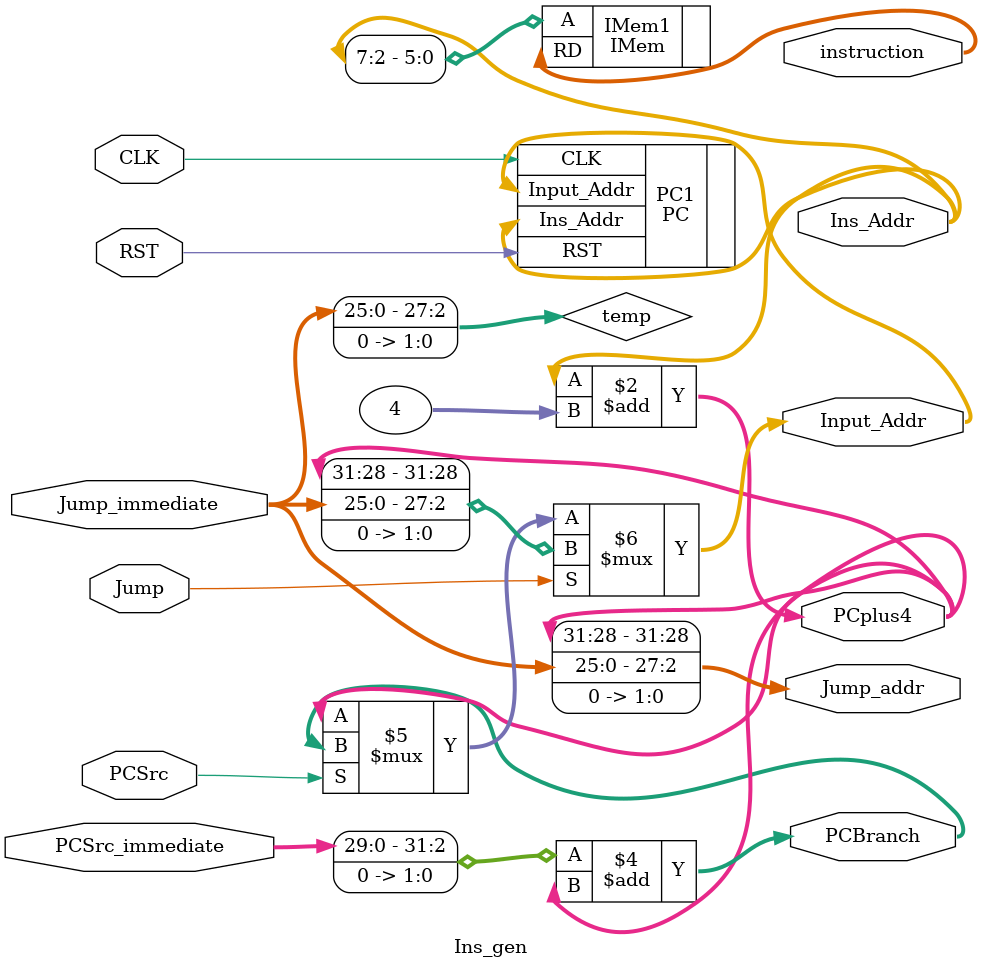
<source format=v>
module Ins_gen(
    input CLK,
    input RST,
    input wire [31:0] PCSrc_immediate,
    input wire [25:0] Jump_immediate,
    input wire PCSrc,Jump,
    output [31:0] instruction,Input_Addr,Ins_Addr,PCBranch,PCplus4,Jump_addr
);
    // wire [31:0] Input_Addr, Ins_Addr;
    // wire [31:0] PCBranch,PCplus4,Jump_addr;
    wire [27:0] temp;
    assign temp = Jump_immediate << 2;
    assign PCplus4 = Ins_Addr + 4;
    assign PCBranch = (PCSrc_immediate << 2) + PCplus4;
    assign Jump_addr = {PCplus4[31:28], temp[27:0]};
    assign Input_Addr = Jump ? Jump_addr : (PCSrc ? PCBranch : PCplus4);

    PC PC1(
        .RST(RST),
        .CLK(CLK),
        .Input_Addr(Input_Addr),
        .Ins_Addr(Ins_Addr)
    );

    IMem IMem1(
        .A(Ins_Addr[7:2]),
        .RD(instruction)
    );

endmodule
</source>
